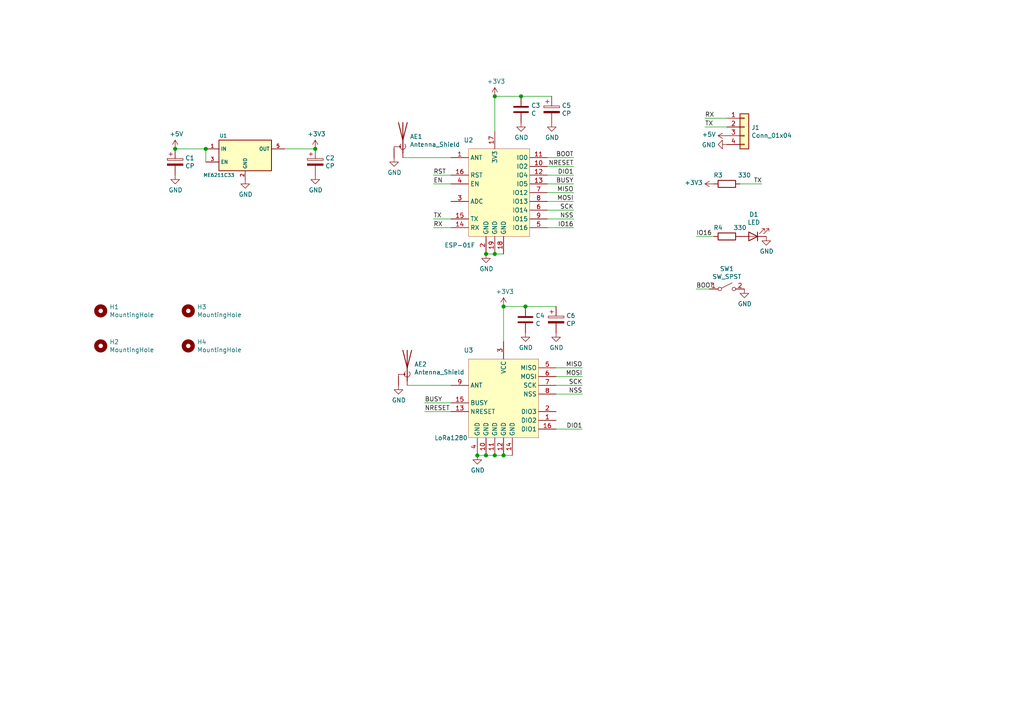
<source format=kicad_sch>
(kicad_sch (version 20200820) (host eeschema "(5.99.0-2965-g3673c23696)")
  (page 1 1)
  (paper "A4")
  (lib_symbols
    (symbol "Connector_Generic:Conn_01x04" (pin_names hide)
      (property "Reference" "J" (at 0 5.08 0))
      (property "Value" "Conn_01x04" (at 0 -7.62 0))
      (symbol "Conn_01x04_1_1"
        (rectangle (start -1.27 -4.953) (end 0 -5.207) (stroke (width 0.1524)))
        (rectangle (start -1.27 -2.413) (end 0 -2.667) (stroke (width 0.1524)))
        (rectangle (start -1.27 2.667) (end 0 2.413) (stroke (width 0.1524)))
        (rectangle (start -1.27 3.81) (end 1.27 -6.35) (stroke (width 0.254)) (fill (type background)))
        (rectangle (start -1.27 0.127) (end 0 -0.127) (stroke (width 0.1524)))
        (pin passive line (at -5.08 2.54 0) (length 3.81) (name "Pin_1") (number "1"))
        (pin passive line (at -5.08 0 0) (length 3.81) (name "Pin_2") (number "2"))
        (pin passive line (at -5.08 -2.54 0) (length 3.81) (name "Pin_3") (number "3"))
        (pin passive line (at -5.08 -5.08 0) (length 3.81) (name "Pin_4") (number "4"))
      )
    )
    (symbol "ELRS_lib:ESP-01F"
      (property "Reference" "U" (at -8.89 15.24 0))
      (property "Value" "ESP-01F" (at -8.89 -15.24 0))
      (symbol "ESP-01F_0_1"
        (rectangle (start -7.62 12.7) (end 10.16 -12.7) (stroke (width 0.001)) (fill (type background)))
      )
      (symbol "ESP-01F_1_1"
        (pin input line (at -12.7 10.16 0) (length 5.08) (name "ANT") (number "1"))
        (pin input line (at -2.54 -17.78 90) (length 5.08) (name "GND") (number "2"))
        (pin input line (at -12.7 -2.54 0) (length 5.08) (name "ADC") (number "3"))
        (pin input line (at -12.7 2.54 0) (length 5.08) (name "EN") (number "4"))
        (pin input line (at 15.24 -10.16 180) (length 5.08) (name "IO16") (number "5"))
        (pin input line (at 15.24 -5.08 180) (length 5.08) (name "IO14") (number "6"))
        (pin input line (at 15.24 0 180) (length 5.08) (name "IO12") (number "7"))
        (pin input line (at 15.24 -2.54 180) (length 5.08) (name "IO13") (number "8"))
        (pin input line (at 15.24 -7.62 180) (length 5.08) (name "IO15") (number "9"))
        (pin input line (at 15.24 7.62 180) (length 5.08) (name "IO2") (number "10"))
        (pin input line (at 15.24 10.16 180) (length 5.08) (name "IO0") (number "11"))
        (pin input line (at 15.24 5.08 180) (length 5.08) (name "IO4") (number "12"))
        (pin input line (at 15.24 2.54 180) (length 5.08) (name "IO5") (number "13"))
        (pin input line (at -12.7 -10.16 0) (length 5.08) (name "RX") (number "14"))
        (pin input line (at -12.7 -7.62 0) (length 5.08) (name "TX") (number "15"))
        (pin input line (at -12.7 5.08 0) (length 5.08) (name "RST") (number "16"))
        (pin input line (at 0 17.78 270) (length 5.08) (name "3V3") (number "17"))
        (pin input line (at 2.54 -17.78 90) (length 5.08) (name "GND") (number "18"))
        (pin input line (at 0 -17.78 90) (length 5.08) (name "GND") (number "19"))
      )
    )
    (symbol "ELRS_lib:LoRa1280"
      (property "Reference" "U" (at -10.16 12.7 0))
      (property "Value" "LoRa1280" (at 10.16 -15.24 0))
      (symbol "LoRa1280_0_1"
        (rectangle (start 10.16 -12.7) (end -10.16 10.16) (stroke (width 0.001)) (fill (type background)))
      )
      (symbol "LoRa1280_1_1"
        (pin input line (at 15.24 -7.62 180) (length 5.08) (name "DIO2") (number "1"))
        (pin input line (at 15.24 -5.08 180) (length 5.08) (name "DIO3") (number "2"))
        (pin input line (at 0 15.24 270) (length 5.08) (name "VCC") (number "3"))
        (pin input line (at 15.24 7.62 180) (length 5.08) (name "MISO") (number "5"))
        (pin input line (at 15.24 5.08 180) (length 5.08) (name "MOSI") (number "6"))
        (pin input line (at 15.24 2.54 180) (length 5.08) (name "SCK") (number "7"))
        (pin input line (at 15.24 0 180) (length 5.08) (name "NSS") (number "8"))
        (pin input line (at -15.24 2.54 0) (length 5.08) (name "ANT") (number "9"))
        (pin input line (at -7.62 -17.78 90) (length 5.08) (name "GND") (number "4"))
        (pin input line (at -5.08 -17.78 90) (length 5.08) (name "GND") (number "10"))
        (pin input line (at -2.54 -17.78 90) (length 5.08) (name "GND") (number "11"))
        (pin input line (at 0 -17.78 90) (length 5.08) (name "GND") (number "12"))
        (pin input line (at 2.54 -17.78 90) (length 5.08) (name "GND") (number "14"))
        (pin input line (at -15.24 -5.08 0) (length 5.08) (name "NRESET") (number "13"))
        (pin input line (at -15.24 -2.54 0) (length 5.08) (name "BUSY") (number "15"))
        (pin input line (at 15.24 -10.16 180) (length 5.08) (name "DIO1") (number "16"))
      )
    )
    (symbol "Mechanical:MountingHole"
      (property "Reference" "H" (at 0 5.08 0))
      (property "Value" "MountingHole" (at 0 3.175 0))
      (symbol "MountingHole_0_1"
        (circle (center 0 0) (radius 1.27) (stroke (width 1.27)))
      )
    )
    (symbol "Switch:SW_SPST" (pin_names (offset 0) hide)
      (property "Reference" "SW" (at 0 3.175 0))
      (property "Value" "SW_SPST" (at 0 -2.54 0))
      (symbol "SW_SPST_0_0"
        (circle (center -2.032 0) (radius 0.508))
        (circle (center 2.032 0) (radius 0.508))
        (polyline (pts (xy -1.524 0.254) (xy 1.524 1.778)))
      )
      (symbol "SW_SPST_1_1"
        (pin passive line (at -5.08 0 0) (length 2.54) (name "A") (number "1"))
        (pin passive line (at 5.08 0 180) (length 2.54) (name "B") (number "2"))
      )
    )
    (symbol "device:Antenna_Shield" (pin_numbers hide) (pin_names hide)
      (property "Reference" "AE" (at -1.905 4.445 0))
      (property "Value" "Antenna_Shield" (at -1.905 2.54 0))
      (symbol "Antenna_Shield_0_1"
        (arc (start 0 -2.667) (end -0.508 -1.143) (radius (at -0.0254 -1.8542) (length 0.8128) (angles -88.2 124.2)))
        (arc (start 0 -2.667) (end 0.508 -1.143) (radius (at 0.0254 -1.8542) (length 0.8128) (angles -91.8 55.8)))
        (circle (center 0.762 -1.905) (radius 0.1778) (fill (type outline)))
        (polyline (pts (xy 0 -2.54) (xy 0 0)))
        (polyline (pts (xy 0 5.08) (xy 0 -3.81)) (stroke (width 0.254)))
        (polyline (pts (xy 0.762 -1.905) (xy 2.54 -1.905)))
        (polyline (pts (xy 2.54 -2.54) (xy 2.54 -1.905)))
        (polyline (pts (xy 1.27 5.08) (xy 0 0) (xy -1.27 5.08)) (stroke (width 0.254)))
      )
      (symbol "Antenna_Shield_1_1"
        (pin input line (at 0 -5.08 90) (length 2.54) (name "A") (number "1"))
        (pin input line (at 2.54 -5.08 90) (length 2.54) (name "Shield") (number "2"))
      )
    )
    (symbol "device:C" (pin_numbers hide) (pin_names (offset 0.254))
      (property "Reference" "C" (at 0.635 2.54 0))
      (property "Value" "C" (at 0.635 -2.54 0))
      (symbol "C_0_1"
        (polyline (pts (xy -2.032 -0.762) (xy 2.032 -0.762)) (stroke (width 0.508)))
        (polyline (pts (xy -2.032 0.762) (xy 2.032 0.762)) (stroke (width 0.508)))
      )
      (symbol "C_1_1"
        (pin passive line (at 0 3.81 270) (length 2.794) (name "~") (number "1"))
        (pin passive line (at 0 -3.81 90) (length 2.794) (name "~") (number "2"))
      )
    )
    (symbol "device:CP" (pin_numbers hide) (pin_names (offset 0.254))
      (property "Reference" "C" (at 0.635 2.54 0))
      (property "Value" "CP" (at 0.635 -2.54 0))
      (symbol "CP_0_1"
        (rectangle (start -2.286 0.508) (end 2.286 1.016))
        (rectangle (start 2.286 -0.508) (end -2.286 -1.016) (fill (type outline)))
        (polyline (pts (xy -1.778 2.286) (xy -0.762 2.286)))
        (polyline (pts (xy -1.27 2.794) (xy -1.27 1.778)))
      )
      (symbol "CP_1_1"
        (pin passive line (at 0 3.81 270) (length 2.794) (name "~") (number "1"))
        (pin passive line (at 0 -3.81 90) (length 2.794) (name "~") (number "2"))
      )
    )
    (symbol "device:LED" (pin_numbers hide) (pin_names hide)
      (property "Reference" "D" (at 0 2.54 0))
      (property "Value" "LED" (at 0 -2.54 0))
      (symbol "LED_0_1"
        (polyline (pts (xy -1.27 -1.27) (xy -1.27 1.27)) (stroke (width 0.254)))
        (polyline (pts (xy -1.27 0) (xy 1.27 0)))
        (polyline (pts (xy 1.27 -1.27) (xy 1.27 1.27) (xy -1.27 0) (xy 1.27 -1.27)) (stroke (width 0.254)))
        (polyline (pts (xy -3.048 -0.762) (xy -4.572 -2.286) (xy -3.81 -2.286) (xy -4.572 -2.286) (xy -4.572 -1.524)))
        (polyline (pts (xy -1.778 -0.762) (xy -3.302 -2.286) (xy -2.54 -2.286) (xy -3.302 -2.286) (xy -3.302 -1.524)))
      )
      (symbol "LED_1_1"
        (pin passive line (at -3.81 0 0) (length 2.54) (name "K") (number "1"))
        (pin passive line (at 3.81 0 180) (length 2.54) (name "A") (number "2"))
      )
    )
    (symbol "device:R" (pin_numbers hide) (pin_names (offset 0))
      (property "Reference" "R" (at 2.032 0 90))
      (property "Value" "R" (at 0 0 90))
      (symbol "R_0_1"
        (rectangle (start -1.016 -2.54) (end 1.016 2.54) (stroke (width 0.254)))
      )
      (symbol "R_1_1"
        (pin passive line (at 0 3.81 270) (length 1.27) (name "~") (number "1"))
        (pin passive line (at 0 -3.81 90) (length 1.27) (name "~") (number "2"))
      )
    )
    (symbol "power:+3V3" (power) (pin_names (offset 0))
      (property "Value" "+3V3" (at 0 3.556 0))
      (symbol "+3V3_0_1"
        (polyline (pts (xy -0.762 1.27) (xy 0 2.54)))
        (polyline (pts (xy 0 0) (xy 0 2.54)))
        (polyline (pts (xy 0 2.54) (xy 0.762 1.27)))
      )
      (symbol "+3V3_1_1"
        (pin power_in line (at 0 0 90) (length 0) hide (name "+3V3") (number "1"))
      )
    )
    (symbol "power:+5V" (power) (pin_names (offset 0))
      (property "Value" "+5V" (at 0 3.556 0))
      (symbol "+5V_0_1"
        (polyline (pts (xy -0.762 1.27) (xy 0 2.54)))
        (polyline (pts (xy 0 0) (xy 0 2.54)))
        (polyline (pts (xy 0 2.54) (xy 0.762 1.27)))
      )
      (symbol "+5V_1_1"
        (pin power_in line (at 0 0 90) (length 0) hide (name "+5V") (number "1"))
      )
    )
    (symbol "power:GND" (power) (pin_names (offset 0))
      (property "Value" "GND" (at 0 -3.81 0))
      (symbol "GND_0_1"
        (polyline (pts (xy 0 0) (xy 0 -1.27) (xy 1.27 -1.27) (xy 0 -2.54) (xy -1.27 -1.27) (xy 0 -1.27)))
      )
      (symbol "GND_1_1"
        (pin power_in line (at 0 0 270) (length 0) hide (name "GND") (number "1"))
      )
    )
    (symbol "regul:TLV70012DDC"
      (property "Reference" "U" (at -6.35 5.08 0))
      (property "Value" "TLV70012DDC" (at 2.54 5.08 0))
      (property "Footprint" "SOT-23-5" (at 0 2.54 0))
      (property "Datasheet" "http://www.ti.com/lit/ds/symlink/tlv70025.pdf" (at 0 0 0))
      (symbol "TLV70012DDC_0_1"
        (rectangle (start -7.62 3.81) (end 7.62 -5.08) (stroke (width 0.254)) (fill (type background)))
      )
      (symbol "TLV70012DDC_1_1"
        (pin input line (at -11.43 1.27 0) (length 3.81) (name "IN") (number "1"))
        (pin power_in line (at 0 -7.62 90) (length 2.54) (name "GND") (number "2"))
        (pin input line (at -11.43 -2.54 0) (length 3.81) (name "EN") (number "3"))
        (pin power_out line (at 11.43 1.27 180) (length 3.81) (name "OUT") (number "5"))
      )
    )
  )
  (junction (at 50.8 43.18) (diameter 1.016))
  (junction (at 59.69 43.18) (diameter 1.016))
  (junction (at 91.44 43.18) (diameter 1.016))
  (junction (at 138.43 132.08) (diameter 1.016))
  (junction (at 140.97 73.66) (diameter 1.016))
  (junction (at 140.97 132.08) (diameter 1.016))
  (junction (at 143.51 27.94) (diameter 1.016))
  (junction (at 143.51 73.66) (diameter 1.016))
  (junction (at 143.51 132.08) (diameter 1.016))
  (junction (at 146.05 88.9) (diameter 1.016))
  (junction (at 146.05 132.08) (diameter 1.016))
  (junction (at 151.13 27.94) (diameter 1.016))
  (junction (at 152.4 88.9) (diameter 1.016))
  (wire (pts (xy 50.8 43.18) (xy 59.69 43.18)))
  (wire (pts (xy 59.69 43.18) (xy 59.69 46.99)))
  (wire (pts (xy 82.55 43.18) (xy 91.44 43.18)))
  (wire (pts (xy 116.84 45.72) (xy 130.81 45.72)))
  (wire (pts (xy 118.11 111.76) (xy 130.81 111.76)))
  (wire (pts (xy 123.19 116.84) (xy 130.81 116.84)))
  (wire (pts (xy 123.19 119.38) (xy 130.81 119.38)))
  (wire (pts (xy 125.73 50.8) (xy 130.81 50.8)))
  (wire (pts (xy 125.73 53.34) (xy 130.81 53.34)))
  (wire (pts (xy 125.73 63.5) (xy 130.81 63.5)))
  (wire (pts (xy 125.73 66.04) (xy 130.81 66.04)))
  (wire (pts (xy 138.43 132.08) (xy 140.97 132.08)))
  (wire (pts (xy 140.97 73.66) (xy 143.51 73.66)))
  (wire (pts (xy 140.97 132.08) (xy 143.51 132.08)))
  (wire (pts (xy 143.51 27.94) (xy 143.51 38.1)))
  (wire (pts (xy 143.51 27.94) (xy 151.13 27.94)))
  (wire (pts (xy 143.51 73.66) (xy 146.05 73.66)))
  (wire (pts (xy 143.51 132.08) (xy 146.05 132.08)))
  (wire (pts (xy 146.05 88.9) (xy 146.05 99.06)))
  (wire (pts (xy 146.05 88.9) (xy 152.4 88.9)))
  (wire (pts (xy 146.05 132.08) (xy 148.59 132.08)))
  (wire (pts (xy 151.13 27.94) (xy 160.02 27.94)))
  (wire (pts (xy 152.4 88.9) (xy 161.29 88.9)))
  (wire (pts (xy 158.75 45.72) (xy 166.37 45.72)))
  (wire (pts (xy 158.75 48.26) (xy 166.37 48.26)))
  (wire (pts (xy 158.75 50.8) (xy 166.37 50.8)))
  (wire (pts (xy 158.75 53.34) (xy 166.37 53.34)))
  (wire (pts (xy 158.75 55.88) (xy 166.37 55.88)))
  (wire (pts (xy 158.75 58.42) (xy 166.37 58.42)))
  (wire (pts (xy 158.75 60.96) (xy 166.37 60.96)))
  (wire (pts (xy 158.75 63.5) (xy 166.37 63.5)))
  (wire (pts (xy 158.75 66.04) (xy 166.37 66.04)))
  (wire (pts (xy 161.29 106.68) (xy 168.91 106.68)))
  (wire (pts (xy 161.29 109.22) (xy 168.91 109.22)))
  (wire (pts (xy 161.29 111.76) (xy 168.91 111.76)))
  (wire (pts (xy 161.29 114.3) (xy 168.91 114.3)))
  (wire (pts (xy 161.29 124.46) (xy 168.91 124.46)))
  (wire (pts (xy 201.93 68.58) (xy 207.01 68.58)))
  (wire (pts (xy 201.93 83.82) (xy 205.74 83.82)))
  (wire (pts (xy 204.47 34.29) (xy 210.82 34.29)))
  (wire (pts (xy 204.47 36.83) (xy 210.82 36.83)))
  (wire (pts (xy 214.63 53.34) (xy 220.98 53.34)))
  (label "BUSY" (at 123.19 116.84 0))
  (label "NRESET" (at 123.19 119.38 0))
  (label "RST" (at 125.73 50.8 0))
  (label "EN" (at 125.73 53.34 0))
  (label "TX" (at 125.73 63.5 0))
  (label "RX" (at 125.73 66.04 0))
  (label "BOOT" (at 166.37 45.72 180))
  (label "NRESET" (at 166.37 48.26 180))
  (label "DIO1" (at 166.37 50.8 180))
  (label "BUSY" (at 166.37 53.34 180))
  (label "MISO" (at 166.37 55.88 180))
  (label "MOSI" (at 166.37 58.42 180))
  (label "SCK" (at 166.37 60.96 180))
  (label "NSS" (at 166.37 63.5 180))
  (label "IO16" (at 166.37 66.04 180))
  (label "MISO" (at 168.91 106.68 180))
  (label "MOSI" (at 168.91 109.22 180))
  (label "SCK" (at 168.91 111.76 180))
  (label "NSS" (at 168.91 114.3 180))
  (label "DIO1" (at 168.91 124.46 180))
  (label "IO16" (at 201.93 68.58 0))
  (label "BOOT" (at 201.93 83.82 0))
  (label "RX" (at 204.47 34.29 0))
  (label "TX" (at 204.47 36.83 0))
  (label "TX" (at 220.98 53.34 180))
  (symbol (lib_id "power:+5V") (at 50.8 43.18 0) (unit 1)
    (property "Reference" "#PWR0117" (effects hide))
    (property "Value" "+5V" (at 51.1683 38.8556 0))
  )
  (symbol (lib_id "power:+3V3") (at 91.44 43.18 0) (unit 1)
    (property "Reference" "#PWR0118" (effects hide))
    (property "Value" "+3V3" (at 91.8083 38.8556 0))
  )
  (symbol (lib_id "power:+3V3") (at 143.51 27.94 0) (unit 1)
    (property "Reference" "#PWR0112" (effects hide))
    (property "Value" "+3V3" (at 143.8783 23.6156 0))
  )
  (symbol (lib_id "power:+3V3") (at 146.05 88.9 0) (unit 1)
    (property "Reference" "#PWR0106" (effects hide))
    (property "Value" "+3V3" (at 146.4183 84.5756 0))
  )
  (symbol (lib_id "power:+3V3") (at 207.01 53.34 90) (unit 1)
    (property "Reference" "#PWR0110" (effects hide))
    (property "Value" "+3V3" (at 203.8349 52.9717 90) (effects (justify left)))
  )
  (symbol (lib_id "power:+5V") (at 210.82 39.37 90) (unit 1)
    (property "Reference" "#PWR0120" (effects hide))
    (property "Value" "+5V" (at 207.645 39.0017 90) (effects (justify left)))
  )
  (symbol (lib_id "power:GND") (at 50.8 50.8 0) (unit 1)
    (property "Reference" "#PWR0116" (effects hide))
    (property "Value" "GND" (at 50.9143 55.1244 0))
  )
  (symbol (lib_id "power:GND") (at 71.12 52.07 0) (unit 1)
    (property "Reference" "#PWR0115" (effects hide))
    (property "Value" "GND" (at 71.2343 56.3944 0))
  )
  (symbol (lib_id "power:GND") (at 91.44 50.8 0) (unit 1)
    (property "Reference" "#PWR0114" (effects hide))
    (property "Value" "GND" (at 91.5543 55.1244 0))
  )
  (symbol (lib_id "power:GND") (at 114.3 45.72 0) (unit 1)
    (property "Reference" "#PWR0113" (effects hide))
    (property "Value" "GND" (at 114.4143 50.0444 0))
  )
  (symbol (lib_id "power:GND") (at 115.57 111.76 0) (unit 1)
    (property "Reference" "#PWR0102" (effects hide))
    (property "Value" "GND" (at 115.6843 116.0844 0))
  )
  (symbol (lib_id "power:GND") (at 138.43 132.08 0) (unit 1)
    (property "Reference" "#PWR0101" (effects hide))
    (property "Value" "GND" (at 138.5443 136.4044 0))
  )
  (symbol (lib_id "power:GND") (at 140.97 73.66 0) (unit 1)
    (property "Reference" "#PWR0103" (effects hide))
    (property "Value" "GND" (at 141.0843 77.9844 0))
  )
  (symbol (lib_id "power:GND") (at 151.13 35.56 0) (unit 1)
    (property "Reference" "#PWR0104" (effects hide))
    (property "Value" "GND" (at 151.2443 39.8844 0))
  )
  (symbol (lib_id "power:GND") (at 152.4 96.52 0) (unit 1)
    (property "Reference" "#PWR0107" (effects hide))
    (property "Value" "GND" (at 152.5143 100.8444 0))
  )
  (symbol (lib_id "power:GND") (at 160.02 35.56 0) (unit 1)
    (property "Reference" "#PWR0105" (effects hide))
    (property "Value" "GND" (at 160.1343 39.8844 0))
  )
  (symbol (lib_id "power:GND") (at 161.29 96.52 0) (unit 1)
    (property "Reference" "#PWR0108" (effects hide))
    (property "Value" "GND" (at 161.4043 100.8444 0))
  )
  (symbol (lib_id "power:GND") (at 210.82 41.91 270) (unit 1)
    (property "Reference" "#PWR0119" (effects hide))
    (property "Value" "GND" (at 207.645 42.0243 90) (effects (justify right)))
  )
  (symbol (lib_id "power:GND") (at 215.9 83.82 0) (unit 1)
    (property "Reference" "#PWR0111" (effects hide))
    (property "Value" "GND" (at 216.0143 88.1444 0))
  )
  (symbol (lib_id "power:GND") (at 222.25 68.58 0) (unit 1)
    (property "Reference" "#PWR0109" (effects hide))
    (property "Value" "GND" (at 222.3643 72.9044 0))
  )
  (symbol (lib_id "Mechanical:MountingHole") (at 29.21 90.17 0) (unit 1)
    (property "Reference" "H1" (at 31.7501 89.0206 0) (effects (justify left)))
    (property "Value" "MountingHole" (at 31.7501 91.3193 0) (effects (justify left)))
    (property "Footprint" "MountingHole:MountingHole_2.2mm_M2" (effects hide))
  )
  (symbol (lib_id "Mechanical:MountingHole") (at 29.21 100.33 0) (unit 1)
    (property "Reference" "H2" (at 31.7501 99.1806 0) (effects (justify left)))
    (property "Value" "MountingHole" (at 31.7501 101.4793 0) (effects (justify left)))
    (property "Footprint" "MountingHole:MountingHole_2.2mm_M2" (effects hide))
  )
  (symbol (lib_id "Mechanical:MountingHole") (at 54.61 90.17 0) (unit 1)
    (property "Reference" "H3" (at 57.1501 89.0206 0) (effects (justify left)))
    (property "Value" "MountingHole" (at 57.1501 91.3193 0) (effects (justify left)))
    (property "Footprint" "MountingHole:MountingHole_2.2mm_M2" (effects hide))
  )
  (symbol (lib_id "Mechanical:MountingHole") (at 54.61 100.33 0) (unit 1)
    (property "Reference" "H4" (at 57.1501 99.1806 0) (effects (justify left)))
    (property "Value" "MountingHole" (at 57.1501 101.4793 0) (effects (justify left)))
    (property "Footprint" "MountingHole:MountingHole_2.2mm_M2" (effects hide))
  )
  (symbol (lib_id "device:R") (at 210.82 53.34 90) (unit 1)
    (property "Reference" "R3" (at 208.28 50.8 90))
    (property "Value" "330" (at 215.9 50.8 90))
    (property "Footprint" "Resistor_SMD:R_0603_1608Metric_Pad1.05x0.95mm_HandSolder" (effects hide))
  )
  (symbol (lib_id "device:R") (at 210.82 68.58 90) (unit 1)
    (property "Reference" "R4" (at 208.28 66.04 90))
    (property "Value" "330" (at 214.63 66.04 90))
    (property "Footprint" "Resistor_SMD:R_0603_1608Metric_Pad1.05x0.95mm_HandSolder" (effects hide))
  )
  (symbol (lib_id "device:LED") (at 218.44 68.58 180) (unit 1)
    (property "Reference" "D1" (at 218.6305 62.2108 0))
    (property "Value" "LED" (at 218.6305 64.5095 0))
    (property "Footprint" "LED_SMD:LED_0603_1608Metric_Pad1.05x0.95mm_HandSolder" (effects hide))
  )
  (symbol (lib_id "Switch:SW_SPST") (at 210.82 83.82 0) (unit 1)
    (property "Reference" "SW1" (at 210.82 77.9588 0))
    (property "Value" "SW_SPST" (at 210.82 80.2575 0))
    (property "Footprint" "Button_Switch_SMD:SW_SPST_TL3342" (effects hide))
  )
  (symbol (lib_id "device:CP") (at 50.8 46.99 0) (unit 1)
    (property "Reference" "C1" (at 53.7211 45.8406 0) (effects (justify left)))
    (property "Value" "CP" (at 53.7211 48.1393 0) (effects (justify left)))
    (property "Footprint" "Capacitor_Tantalum_SMD:CP_EIA-1608-08_AVX-J_Pad1.25x1.05mm_HandSolder" (effects hide))
  )
  (symbol (lib_id "device:CP") (at 91.44 46.99 0) (unit 1)
    (property "Reference" "C2" (at 94.3611 45.8406 0) (effects (justify left)))
    (property "Value" "CP" (at 94.3611 48.1393 0) (effects (justify left)))
    (property "Footprint" "Capacitor_Tantalum_SMD:CP_EIA-1608-08_AVX-J_Pad1.25x1.05mm_HandSolder" (effects hide))
  )
  (symbol (lib_id "device:C") (at 151.13 31.75 0) (unit 1)
    (property "Reference" "C3" (at 154.0511 30.6006 0) (effects (justify left)))
    (property "Value" "C" (at 154.0511 32.8993 0) (effects (justify left)))
    (property "Footprint" "Capacitor_SMD:C_0603_1608Metric_Pad1.05x0.95mm_HandSolder" (effects hide))
  )
  (symbol (lib_id "device:C") (at 152.4 92.71 0) (unit 1)
    (property "Reference" "C4" (at 155.3211 91.5606 0) (effects (justify left)))
    (property "Value" "C" (at 155.3211 93.8593 0) (effects (justify left)))
    (property "Footprint" "Capacitor_SMD:C_0603_1608Metric_Pad1.05x0.95mm_HandSolder" (effects hide))
  )
  (symbol (lib_id "device:CP") (at 160.02 31.75 0) (unit 1)
    (property "Reference" "C5" (at 162.9411 30.6006 0) (effects (justify left)))
    (property "Value" "CP" (at 162.9411 32.8993 0) (effects (justify left)))
    (property "Footprint" "Capacitor_Tantalum_SMD:CP_EIA-1608-08_AVX-J_Pad1.25x1.05mm_HandSolder" (effects hide))
  )
  (symbol (lib_id "device:CP") (at 161.29 92.71 0) (unit 1)
    (property "Reference" "C6" (at 164.2111 91.5606 0) (effects (justify left)))
    (property "Value" "CP" (at 164.2111 93.8593 0) (effects (justify left)))
    (property "Footprint" "Capacitor_Tantalum_SMD:CP_EIA-1608-08_AVX-J_Pad1.25x1.05mm_HandSolder" (effects hide))
  )
  (symbol (lib_id "device:Antenna_Shield") (at 116.84 40.64 0) (mirror y) (unit 1)
    (property "Reference" "AE1" (at 118.8721 39.6176 0) (effects (justify right)))
    (property "Value" "Antenna_Shield" (at 118.8721 41.9163 0) (effects (justify right)))
    (property "Footprint" "ELRS_lib:U.FL" (effects hide))
  )
  (symbol (lib_id "device:Antenna_Shield") (at 118.11 106.68 0) (mirror y) (unit 1)
    (property "Reference" "AE2" (at 120.1421 105.6576 0) (effects (justify right)))
    (property "Value" "Antenna_Shield" (at 120.1421 107.9563 0) (effects (justify right)))
    (property "Footprint" "ELRS_lib:U.FL" (effects hide))
  )
  (symbol (lib_id "Connector_Generic:Conn_01x04") (at 215.9 36.83 0) (unit 1)
    (property "Reference" "J1" (at 217.9321 37.0014 0) (effects (justify left)))
    (property "Value" "Conn_01x04" (at 217.9321 39.3001 0) (effects (justify left)))
    (property "Footprint" "Connector_PinHeader_2.54mm:PinHeader_1x04_P2.54mm_Vertical" (effects hide))
  )
  (symbol (lib_id "regul:TLV70012DDC") (at 71.12 44.45 0) (unit 1)
    (property "Reference" "U1" (at 64.77 39.37 0) (effects (font (size 1.016 1.016))))
    (property "Value" "ME6211C33" (at 63.5 50.8 0) (effects (font (size 1.016 1.016))))
    (property "Footprint" "Package_TO_SOT_SMD:SOT-23-5" (effects hide))
    (property "Datasheet" "http://www.ti.com/lit/ds/symlink/tlv70025.pdf" (effects hide))
  )
  (symbol (lib_id "ELRS_lib:ESP-01F") (at 143.51 55.88 0) (unit 1)
    (property "Reference" "U2" (at 135.89 40.64 0))
    (property "Value" "ESP-01F" (at 133.35 71.12 0))
    (property "Footprint" "ELRS_lib:ESP-01F" (effects hide))
  )
  (symbol (lib_id "ELRS_lib:LoRa1280") (at 146.05 114.3 0) (unit 1)
    (property "Reference" "U3" (at 135.89 101.6 0))
    (property "Value" "LoRa1280" (at 130.81 127 0))
    (property "Footprint" "ELRS_lib:LoRa1280" (effects hide))
  )
)
</source>
